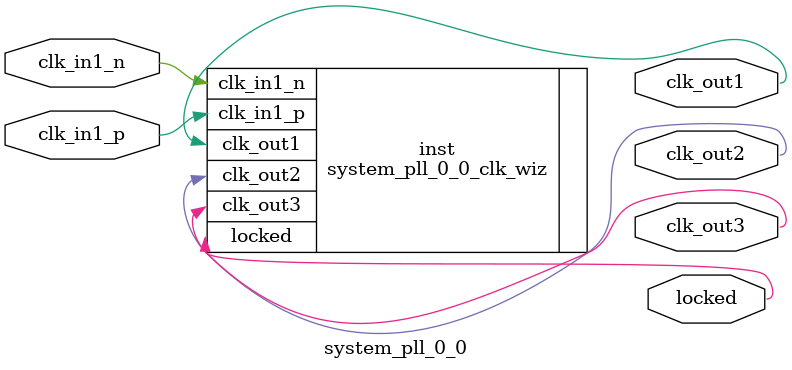
<source format=v>


`timescale 1ps/1ps

(* CORE_GENERATION_INFO = "system_pll_0_0,clk_wiz_v6_0_16_0_0,{component_name=system_pll_0_0,use_phase_alignment=true,use_min_o_jitter=false,use_max_i_jitter=false,use_dyn_phase_shift=false,use_inclk_switchover=false,use_dyn_reconfig=false,enable_axi=0,feedback_source=FDBK_AUTO,PRIMITIVE=PLL,num_out_clk=3,clkin1_period=8.000,clkin2_period=10.0,use_power_down=false,use_reset=false,use_locked=true,use_inclk_stopped=false,feedback_type=SINGLE,CLOCK_MGR_TYPE=NA,manual_override=false}" *)

module system_pll_0_0 
 (
  // Clock out ports
  output        clk_out1,
  output        clk_out2,
  output        clk_out3,
  // Status and control signals
  output        locked,
 // Clock in ports
  input         clk_in1_p,
  input         clk_in1_n
 );

  system_pll_0_0_clk_wiz inst
  (
  // Clock out ports  
  .clk_out1(clk_out1),
  .clk_out2(clk_out2),
  .clk_out3(clk_out3),
  // Status and control signals               
  .locked(locked),
 // Clock in ports
  .clk_in1_p(clk_in1_p),
  .clk_in1_n(clk_in1_n)
  );

endmodule

</source>
